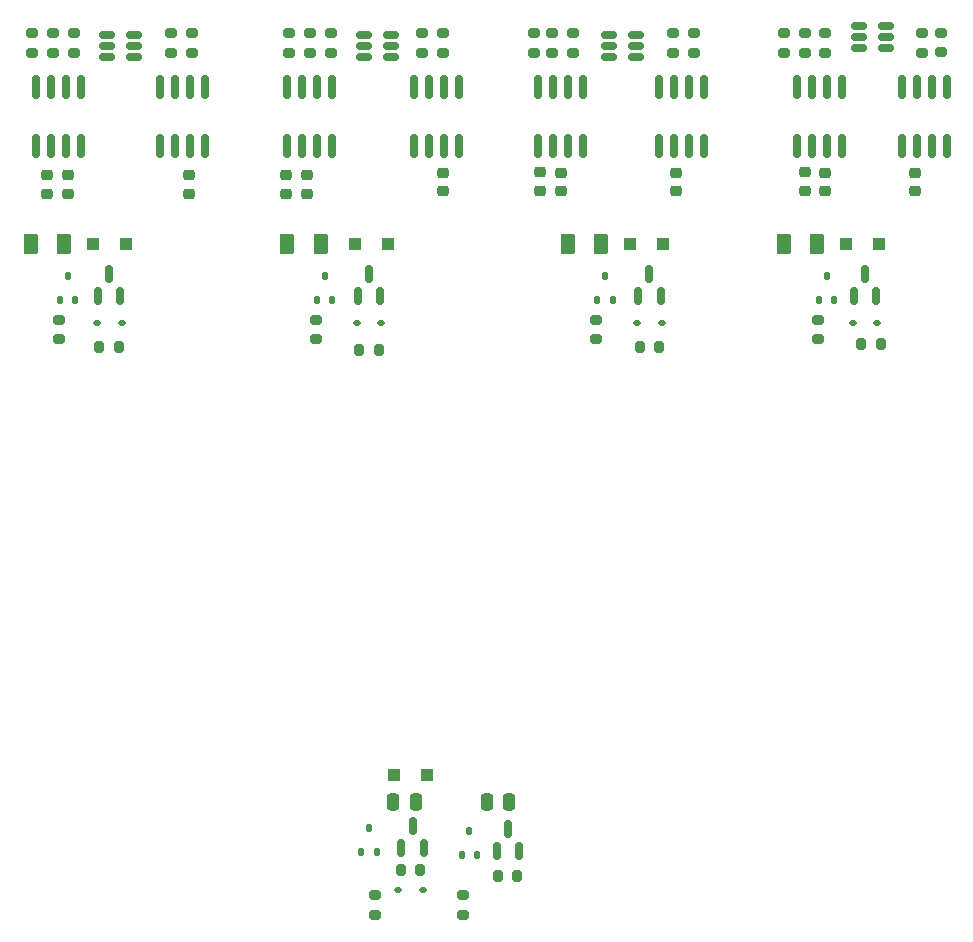
<source format=gtp>
G04 #@! TF.GenerationSoftware,KiCad,Pcbnew,8.0.4*
G04 #@! TF.CreationDate,2024-08-31T14:34:27+03:00*
G04 #@! TF.ProjectId,rioctrl-stepdir4,72696f63-7472-46c2-9d73-746570646972,rev?*
G04 #@! TF.SameCoordinates,Original*
G04 #@! TF.FileFunction,Paste,Top*
G04 #@! TF.FilePolarity,Positive*
%FSLAX46Y46*%
G04 Gerber Fmt 4.6, Leading zero omitted, Abs format (unit mm)*
G04 Created by KiCad (PCBNEW 8.0.4) date 2024-08-31 14:34:27*
%MOMM*%
%LPD*%
G01*
G04 APERTURE LIST*
G04 Aperture macros list*
%AMRoundRect*
0 Rectangle with rounded corners*
0 $1 Rounding radius*
0 $2 $3 $4 $5 $6 $7 $8 $9 X,Y pos of 4 corners*
0 Add a 4 corners polygon primitive as box body*
4,1,4,$2,$3,$4,$5,$6,$7,$8,$9,$2,$3,0*
0 Add four circle primitives for the rounded corners*
1,1,$1+$1,$2,$3*
1,1,$1+$1,$4,$5*
1,1,$1+$1,$6,$7*
1,1,$1+$1,$8,$9*
0 Add four rect primitives between the rounded corners*
20,1,$1+$1,$2,$3,$4,$5,0*
20,1,$1+$1,$4,$5,$6,$7,0*
20,1,$1+$1,$6,$7,$8,$9,0*
20,1,$1+$1,$8,$9,$2,$3,0*%
G04 Aperture macros list end*
%ADD10RoundRect,0.200000X0.275000X-0.200000X0.275000X0.200000X-0.275000X0.200000X-0.275000X-0.200000X0*%
%ADD11RoundRect,0.250000X-0.300000X-0.300000X0.300000X-0.300000X0.300000X0.300000X-0.300000X0.300000X0*%
%ADD12RoundRect,0.200000X-0.275000X0.200000X-0.275000X-0.200000X0.275000X-0.200000X0.275000X0.200000X0*%
%ADD13RoundRect,0.150000X0.150000X-0.825000X0.150000X0.825000X-0.150000X0.825000X-0.150000X-0.825000X0*%
%ADD14RoundRect,0.218750X0.256250X-0.218750X0.256250X0.218750X-0.256250X0.218750X-0.256250X-0.218750X0*%
%ADD15RoundRect,0.150000X0.150000X-0.587500X0.150000X0.587500X-0.150000X0.587500X-0.150000X-0.587500X0*%
%ADD16RoundRect,0.112500X-0.112500X-0.237500X0.112500X-0.237500X0.112500X0.237500X-0.112500X0.237500X0*%
%ADD17RoundRect,0.250000X0.250000X0.475000X-0.250000X0.475000X-0.250000X-0.475000X0.250000X-0.475000X0*%
%ADD18RoundRect,0.225000X-0.250000X0.225000X-0.250000X-0.225000X0.250000X-0.225000X0.250000X0.225000X0*%
%ADD19RoundRect,0.250000X0.375000X0.625000X-0.375000X0.625000X-0.375000X-0.625000X0.375000X-0.625000X0*%
%ADD20RoundRect,0.112500X0.187500X0.112500X-0.187500X0.112500X-0.187500X-0.112500X0.187500X-0.112500X0*%
%ADD21RoundRect,0.150000X-0.512500X-0.150000X0.512500X-0.150000X0.512500X0.150000X-0.512500X0.150000X0*%
%ADD22RoundRect,0.200000X0.200000X0.275000X-0.200000X0.275000X-0.200000X-0.275000X0.200000X-0.275000X0*%
%ADD23RoundRect,0.250000X0.300000X0.300000X-0.300000X0.300000X-0.300000X-0.300000X0.300000X-0.300000X0*%
G04 APERTURE END LIST*
D10*
G04 #@! TO.C,R18*
X131750000Y-72575000D03*
X131750000Y-70925000D03*
G04 #@! TD*
G04 #@! TO.C,R11*
X151387500Y-72575000D03*
X151387500Y-70925000D03*
G04 #@! TD*
D11*
G04 #@! TO.C,D4*
X154850000Y-88750000D03*
X157650000Y-88750000D03*
G04 #@! TD*
D12*
G04 #@! TO.C,R13*
X133750000Y-95175000D03*
X133750000Y-96825000D03*
G04 #@! TD*
D13*
G04 #@! TO.C,U1*
X150732500Y-80475000D03*
X152002500Y-80475000D03*
X153272500Y-80475000D03*
X154542500Y-80475000D03*
X154542500Y-75525000D03*
X153272500Y-75525000D03*
X152002500Y-75525000D03*
X150732500Y-75525000D03*
G04 #@! TD*
D10*
G04 #@! TO.C,R10*
X153137500Y-72575000D03*
X153137500Y-70925000D03*
G04 #@! TD*
D14*
G04 #@! TO.C,FB4*
X87250000Y-84537500D03*
X87250000Y-82962500D03*
G04 #@! TD*
D15*
G04 #@! TO.C,Q4*
X125300000Y-140187500D03*
X127200000Y-140187500D03*
X126250000Y-138312500D03*
G04 #@! TD*
D16*
G04 #@! TO.C,Q1*
X113850000Y-140250000D03*
X115150000Y-140250000D03*
X114500000Y-138250000D03*
G04 #@! TD*
D15*
G04 #@! TO.C,Q12*
X91550000Y-93187500D03*
X93450000Y-93187500D03*
X92500000Y-91312500D03*
G04 #@! TD*
G04 #@! TO.C,Q6*
X155550000Y-93187500D03*
X157450000Y-93187500D03*
X156500000Y-91312500D03*
G04 #@! TD*
D17*
G04 #@! TO.C,C2*
X126400000Y-136000000D03*
X124500000Y-136000000D03*
G04 #@! TD*
D16*
G04 #@! TO.C,Q5*
X152600000Y-93500000D03*
X153900000Y-93500000D03*
X153250000Y-91500000D03*
G04 #@! TD*
D15*
G04 #@! TO.C,Q10*
X113550000Y-93187500D03*
X115450000Y-93187500D03*
X114500000Y-91312500D03*
G04 #@! TD*
D18*
G04 #@! TO.C,C3*
X153137500Y-82725000D03*
X153137500Y-84275000D03*
G04 #@! TD*
D19*
G04 #@! TO.C,F2*
X134150000Y-88750000D03*
X131350000Y-88750000D03*
G04 #@! TD*
D18*
G04 #@! TO.C,C7*
X109250000Y-82975000D03*
X109250000Y-84525000D03*
G04 #@! TD*
D15*
G04 #@! TO.C,Q8*
X137300000Y-93187500D03*
X139200000Y-93187500D03*
X138250000Y-91312500D03*
G04 #@! TD*
D12*
G04 #@! TO.C,R21*
X110000000Y-95175000D03*
X110000000Y-96825000D03*
G04 #@! TD*
D14*
G04 #@! TO.C,FB2*
X129000000Y-84287500D03*
X129000000Y-82712500D03*
G04 #@! TD*
D20*
G04 #@! TO.C,D3*
X157550000Y-95500000D03*
X155450000Y-95500000D03*
G04 #@! TD*
D18*
G04 #@! TO.C,C5*
X130750000Y-82725000D03*
X130750000Y-84275000D03*
G04 #@! TD*
D11*
G04 #@! TO.C,D13*
X91100000Y-88750000D03*
X93900000Y-88750000D03*
G04 #@! TD*
D19*
G04 #@! TO.C,F3*
X110400000Y-88750000D03*
X107600000Y-88750000D03*
G04 #@! TD*
D13*
G04 #@! TO.C,U7*
X107595000Y-80475000D03*
X108865000Y-80475000D03*
X110135000Y-80475000D03*
X111405000Y-80475000D03*
X111405000Y-75525000D03*
X110135000Y-75525000D03*
X108865000Y-75525000D03*
X107595000Y-75525000D03*
G04 #@! TD*
D10*
G04 #@! TO.C,R17*
X140250000Y-72575000D03*
X140250000Y-70925000D03*
G04 #@! TD*
D20*
G04 #@! TO.C,D1*
X119050000Y-143500000D03*
X116950000Y-143500000D03*
G04 #@! TD*
D10*
G04 #@! TO.C,R26*
X111250000Y-72575000D03*
X111250000Y-70925000D03*
G04 #@! TD*
D21*
G04 #@! TO.C,U6*
X134862500Y-71050000D03*
X134862500Y-72000000D03*
X134862500Y-72950000D03*
X137137500Y-72950000D03*
X137137500Y-72000000D03*
X137137500Y-71050000D03*
G04 #@! TD*
D22*
G04 #@! TO.C,R14*
X139075000Y-97500000D03*
X137425000Y-97500000D03*
G04 #@! TD*
D20*
G04 #@! TO.C,D9*
X115550000Y-95500000D03*
X113450000Y-95500000D03*
G04 #@! TD*
D16*
G04 #@! TO.C,Q11*
X88350000Y-93500000D03*
X89650000Y-93500000D03*
X89000000Y-91500000D03*
G04 #@! TD*
D12*
G04 #@! TO.C,R29*
X88250000Y-95175000D03*
X88250000Y-96825000D03*
G04 #@! TD*
D16*
G04 #@! TO.C,Q9*
X110100000Y-93500000D03*
X111400000Y-93500000D03*
X110750000Y-91500000D03*
G04 #@! TD*
D15*
G04 #@! TO.C,Q3*
X117250000Y-139937500D03*
X119150000Y-139937500D03*
X118200000Y-138062500D03*
G04 #@! TD*
D18*
G04 #@! TO.C,C10*
X99250000Y-82975000D03*
X99250000Y-84525000D03*
G04 #@! TD*
D22*
G04 #@! TO.C,R6*
X157825000Y-97250000D03*
X156175000Y-97250000D03*
G04 #@! TD*
G04 #@! TO.C,R3*
X118825000Y-141750000D03*
X117175000Y-141750000D03*
G04 #@! TD*
D10*
G04 #@! TO.C,R16*
X141990000Y-72575000D03*
X141990000Y-70925000D03*
G04 #@! TD*
G04 #@! TO.C,R19*
X130000000Y-72575000D03*
X130000000Y-70925000D03*
G04 #@! TD*
D16*
G04 #@! TO.C,Q7*
X133850000Y-93500000D03*
X135150000Y-93500000D03*
X134500000Y-91500000D03*
G04 #@! TD*
D12*
G04 #@! TO.C,R20*
X128500000Y-70925000D03*
X128500000Y-72575000D03*
G04 #@! TD*
D18*
G04 #@! TO.C,C6*
X140500000Y-82725000D03*
X140500000Y-84275000D03*
G04 #@! TD*
D20*
G04 #@! TO.C,D6*
X139300000Y-95500000D03*
X137200000Y-95500000D03*
G04 #@! TD*
D11*
G04 #@! TO.C,D10*
X113350000Y-88750000D03*
X116150000Y-88750000D03*
G04 #@! TD*
D12*
G04 #@! TO.C,R36*
X86000000Y-70925000D03*
X86000000Y-72575000D03*
G04 #@! TD*
D13*
G04 #@! TO.C,U11*
X96845000Y-80475000D03*
X98115000Y-80475000D03*
X99385000Y-80475000D03*
X100655000Y-80475000D03*
X100655000Y-75525000D03*
X99385000Y-75525000D03*
X98115000Y-75525000D03*
X96845000Y-75525000D03*
G04 #@! TD*
D11*
G04 #@! TO.C,D7*
X136600000Y-88750000D03*
X139400000Y-88750000D03*
G04 #@! TD*
D10*
G04 #@! TO.C,R34*
X89500000Y-72575000D03*
X89500000Y-70925000D03*
G04 #@! TD*
G04 #@! TO.C,R27*
X109500000Y-72575000D03*
X109500000Y-70925000D03*
G04 #@! TD*
D12*
G04 #@! TO.C,R12*
X149637500Y-70925000D03*
X149637500Y-72575000D03*
G04 #@! TD*
G04 #@! TO.C,R2*
X122500000Y-143925000D03*
X122500000Y-145575000D03*
G04 #@! TD*
D22*
G04 #@! TO.C,R22*
X115325000Y-97750000D03*
X113675000Y-97750000D03*
G04 #@! TD*
D13*
G04 #@! TO.C,U10*
X86345000Y-80475000D03*
X87615000Y-80475000D03*
X88885000Y-80475000D03*
X90155000Y-80475000D03*
X90155000Y-75525000D03*
X88885000Y-75525000D03*
X87615000Y-75525000D03*
X86345000Y-75525000D03*
G04 #@! TD*
D16*
G04 #@! TO.C,Q2*
X122350000Y-140500000D03*
X123650000Y-140500000D03*
X123000000Y-138500000D03*
G04 #@! TD*
D18*
G04 #@! TO.C,C9*
X89000000Y-82975000D03*
X89000000Y-84525000D03*
G04 #@! TD*
D22*
G04 #@! TO.C,R30*
X93325000Y-97500000D03*
X91675000Y-97500000D03*
G04 #@! TD*
D10*
G04 #@! TO.C,R24*
X120750000Y-72575000D03*
X120750000Y-70925000D03*
G04 #@! TD*
D19*
G04 #@! TO.C,F4*
X88650000Y-88750000D03*
X85850000Y-88750000D03*
G04 #@! TD*
G04 #@! TO.C,F1*
X152400000Y-88750000D03*
X149600000Y-88750000D03*
G04 #@! TD*
D14*
G04 #@! TO.C,FB1*
X151387500Y-84287500D03*
X151387500Y-82712500D03*
G04 #@! TD*
D10*
G04 #@! TO.C,R32*
X99500000Y-72575000D03*
X99500000Y-70925000D03*
G04 #@! TD*
D13*
G04 #@! TO.C,U4*
X128845000Y-80475000D03*
X130115000Y-80475000D03*
X131385000Y-80475000D03*
X132655000Y-80475000D03*
X132655000Y-75525000D03*
X131385000Y-75525000D03*
X130115000Y-75525000D03*
X128845000Y-75525000D03*
G04 #@! TD*
D18*
G04 #@! TO.C,C8*
X120750000Y-82725000D03*
X120750000Y-84275000D03*
G04 #@! TD*
D10*
G04 #@! TO.C,R25*
X119000000Y-72575000D03*
X119000000Y-70925000D03*
G04 #@! TD*
D13*
G04 #@! TO.C,U2*
X159595000Y-80475000D03*
X160865000Y-80475000D03*
X162135000Y-80475000D03*
X163405000Y-80475000D03*
X163405000Y-75525000D03*
X162135000Y-75525000D03*
X160865000Y-75525000D03*
X159595000Y-75525000D03*
G04 #@! TD*
D18*
G04 #@! TO.C,C4*
X160750000Y-82725000D03*
X160750000Y-84275000D03*
G04 #@! TD*
D12*
G04 #@! TO.C,R28*
X107750000Y-70925000D03*
X107750000Y-72575000D03*
G04 #@! TD*
D14*
G04 #@! TO.C,FB3*
X107500000Y-84537500D03*
X107500000Y-82962500D03*
G04 #@! TD*
D10*
G04 #@! TO.C,R33*
X97750000Y-72575000D03*
X97750000Y-70925000D03*
G04 #@! TD*
D12*
G04 #@! TO.C,R1*
X115000000Y-143925000D03*
X115000000Y-145575000D03*
G04 #@! TD*
D10*
G04 #@! TO.C,R35*
X87750000Y-72575000D03*
X87750000Y-70925000D03*
G04 #@! TD*
D23*
G04 #@! TO.C,D2*
X119400000Y-133750000D03*
X116600000Y-133750000D03*
G04 #@! TD*
D13*
G04 #@! TO.C,U5*
X139095000Y-80475000D03*
X140365000Y-80475000D03*
X141635000Y-80475000D03*
X142905000Y-80475000D03*
X142905000Y-75525000D03*
X141635000Y-75525000D03*
X140365000Y-75525000D03*
X139095000Y-75525000D03*
G04 #@! TD*
D20*
G04 #@! TO.C,D12*
X93550000Y-95500000D03*
X91450000Y-95500000D03*
G04 #@! TD*
D12*
G04 #@! TO.C,R5*
X152500000Y-95175000D03*
X152500000Y-96825000D03*
G04 #@! TD*
D10*
G04 #@! TO.C,R8*
X162900000Y-72525000D03*
X162900000Y-70875000D03*
G04 #@! TD*
D22*
G04 #@! TO.C,R4*
X127075000Y-142250000D03*
X125425000Y-142250000D03*
G04 #@! TD*
D17*
G04 #@! TO.C,C1*
X118450000Y-136000000D03*
X116550000Y-136000000D03*
G04 #@! TD*
D21*
G04 #@! TO.C,U3*
X156000000Y-70300000D03*
X156000000Y-71250000D03*
X156000000Y-72200000D03*
X158275000Y-72200000D03*
X158275000Y-71250000D03*
X158275000Y-70300000D03*
G04 #@! TD*
D13*
G04 #@! TO.C,U8*
X118345000Y-80475000D03*
X119615000Y-80475000D03*
X120885000Y-80475000D03*
X122155000Y-80475000D03*
X122155000Y-75525000D03*
X120885000Y-75525000D03*
X119615000Y-75525000D03*
X118345000Y-75525000D03*
G04 #@! TD*
D21*
G04 #@! TO.C,U9*
X114112500Y-71050000D03*
X114112500Y-72000000D03*
X114112500Y-72950000D03*
X116387500Y-72950000D03*
X116387500Y-72000000D03*
X116387500Y-71050000D03*
G04 #@! TD*
G04 #@! TO.C,U12*
X92362500Y-71050000D03*
X92362500Y-72000000D03*
X92362500Y-72950000D03*
X94637500Y-72950000D03*
X94637500Y-72000000D03*
X94637500Y-71050000D03*
G04 #@! TD*
D10*
G04 #@! TO.C,R9*
X161300000Y-72575000D03*
X161300000Y-70925000D03*
G04 #@! TD*
M02*

</source>
